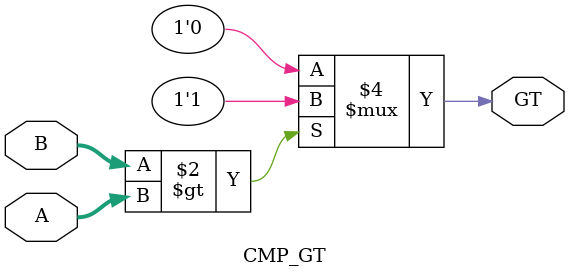
<source format=v>
`timescale 1ns / 1ps

module CMP_GT(
    input [31:0] A, B,
    output reg GT
    );

always @ (A, B) begin
    if (B > A)
        GT = 1;
    else 
        GT = 0;
    end
endmodule
</source>
